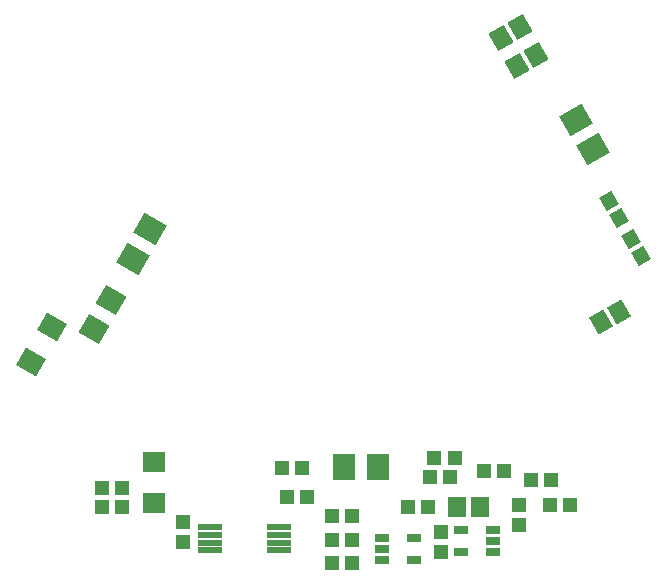
<source format=gbr>
G04 This is an RS-274x file exported by *
G04 gerbv version 2.6A *
G04 More information is available about gerbv at *
G04 http://gerbv.geda-project.org/ *
G04 --End of header info--*
%MOIN*%
%FSLAX34Y34*%
%IPPOS*%
G04 --Define apertures--*
%ADD10C,0.1200*%
%ADD11R,0.0760X0.0860*%
%ADD12C,0.0500*%
%ADD13R,0.0789X0.0237*%
%ADD14R,0.0513X0.0316*%
%ADD15C,0.0390*%
%ADD16C,0.2580*%
%ADD17C,0.0730*%
%ADD18C,0.0880*%
%ADD19C,0.1280*%
%ADD20C,0.0671*%
%ADD21R,0.0671X0.0671*%
%ADD22R,0.0769X0.0671*%
%ADD23R,0.0592X0.0671*%
%ADD24R,0.0474X0.0513*%
%ADD25R,0.0513X0.0474*%
%AMMACRO26*
4,1,4,0.101086,0.027086,0.027086,-0.101086,-0.101086,-0.027086,-0.027086,0.101086,0.101086,0.027086,0.000000*
%
%ADD26MACRO26*%
%AMMACRO27*
4,1,4,-0.056238,-0.011409,-0.018238,0.054409,0.056238,0.011409,0.018238,-0.054409,-0.056238,-0.011409,0.000000*
%
%ADD27MACRO27*%
%AMMACRO28*
4,1,4,0.050061,0.009812,0.016534,-0.048261,-0.050061,-0.009812,-0.016534,0.048261,0.050061,0.009812,0.000000*
%
%ADD28MACRO28*%
%AMMACRO29*
4,1,4,0.018238,0.054409,0.056238,-0.011409,-0.018238,-0.054409,-0.056238,0.011409,0.018238,0.054409,0.000000*
%
%ADD29MACRO29*%
%AMMACRO30*
4,1,4,-0.007649,-0.041994,-0.040192,0.014372,0.007649,0.041994,0.040192,-0.014372,-0.007649,-0.041994,0.000000*
%
%ADD30MACRO30*%
%AMMACRO31*
4,1,4,-0.033338,0.010373,0.007685,0.034059,0.033338,-0.010373,-0.007685,-0.034059,-0.033338,0.010373,0.000000*
%
%ADD31MACRO31*%
%AMMACRO32*
4,1,4,-0.016402,0.050458,0.051898,0.011025,0.016402,-0.050458,-0.051898,-0.011025,-0.016402,0.050458,0.000000*
%
%ADD32MACRO32*%
%AMMACRO33*
4,1,4,0.008862,0.043832,0.042389,-0.014241,-0.008862,-0.043832,-0.042389,0.014241,0.008862,0.043832,0.000000*
%
%ADD33MACRO33*%
G04 --Start main section--*
G54D25*
G01X0022118Y0014806D03*
G01X0022787Y0014806D03*
G01X0029787Y0013056D03*
G01X0030456Y0013056D03*
G54D24*
G01X0033412Y0012657D03*
G01X0033412Y0013326D03*
G54D25*
G01X0029787Y0013868D03*
G01X0030456Y0013868D03*
G01X0035537Y0015368D03*
G01X0034868Y0015368D03*
G54D23*
G01X0033975Y0014156D03*
G01X0034723Y0014156D03*
G54D25*
G01X0032325Y0014156D03*
G01X0032994Y0014156D03*
G54D24*
G01X0036037Y0013556D03*
G01X0036037Y0014225D03*
G54D27*
G01X0023724Y0023431D03*
G01X0023159Y0022452D03*
G54D22*
G01X0023850Y0014306D03*
G01X0023850Y0015684D03*
G54D28*
G01X0019757Y0018991D03*
G01X0020446Y0020184D03*
G54D29*
G01X0038507Y0026106D03*
G01X0037942Y0027084D03*
G54D11*
G01X0030206Y0015495D03*
G01X0031336Y0015495D03*
G54D30*
G01X0039349Y0020681D03*
G01X0038769Y0020346D03*
G54D25*
G01X0036412Y0015056D03*
G01X0037081Y0015056D03*
G01X0022787Y0014181D03*
G01X0022118Y0014181D03*
G01X0030474Y0012306D03*
G01X0029805Y0012306D03*
G54D31*
G01X0039762Y0023121D03*
G01X0040097Y0022541D03*
G01X0039012Y0024371D03*
G01X0039347Y0023791D03*
G54D32*
G01X0022413Y0021056D03*
G01X0021862Y0020101D03*
G54D24*
G01X0024832Y0013001D03*
G01X0024832Y0013670D03*
G54D33*
G01X0035412Y0029806D03*
G01X0036060Y0030180D03*
G01X0036600Y0029243D03*
G01X0035952Y0028869D03*
G54D25*
G01X0037724Y0014243D03*
G01X0037055Y0014243D03*
G01X0033724Y0015181D03*
G01X0033055Y0015181D03*
G01X0028287Y0014493D03*
G01X0028956Y0014493D03*
G01X0028807Y0015470D03*
G01X0028138Y0015470D03*
G01X0033877Y0015821D03*
G01X0033208Y0015821D03*
G54D14*
G01X0031475Y0013143D03*
G01X0031475Y0012769D03*
G01X0031475Y0012395D03*
G01X0032537Y0012395D03*
G01X0032537Y0013143D03*
G54D13*
G01X0028012Y0012727D03*
G01X0028012Y0012983D03*
G01X0028012Y0013239D03*
G01X0028012Y0013494D03*
G01X0025729Y0013494D03*
G01X0025729Y0013239D03*
G01X0025729Y0012983D03*
G01X0025729Y0012727D03*
G54D14*
G01X0035161Y0012657D03*
G01X0035161Y0013031D03*
G01X0035161Y0013405D03*
G01X0034098Y0013405D03*
G01X0034098Y0012657D03*
M02*

</source>
